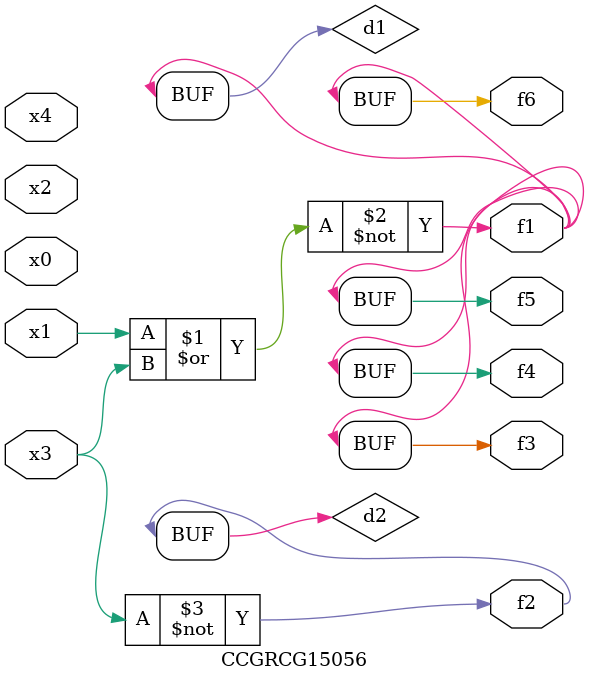
<source format=v>
module CCGRCG15056(
	input x0, x1, x2, x3, x4,
	output f1, f2, f3, f4, f5, f6
);

	wire d1, d2;

	nor (d1, x1, x3);
	not (d2, x3);
	assign f1 = d1;
	assign f2 = d2;
	assign f3 = d1;
	assign f4 = d1;
	assign f5 = d1;
	assign f6 = d1;
endmodule

</source>
